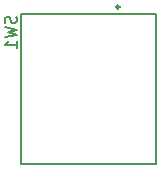
<source format=gbr>
G04 #@! TF.GenerationSoftware,KiCad,Pcbnew,(5.1.5-0-10_14)*
G04 #@! TF.CreationDate,2020-09-14T21:43:17+01:00*
G04 #@! TF.ProjectId,SelectPCB,53656c65-6374-4504-9342-2e6b69636164,rev?*
G04 #@! TF.SameCoordinates,Original*
G04 #@! TF.FileFunction,Legend,Bot*
G04 #@! TF.FilePolarity,Positive*
%FSLAX46Y46*%
G04 Gerber Fmt 4.6, Leading zero omitted, Abs format (unit mm)*
G04 Created by KiCad (PCBNEW (5.1.5-0-10_14)) date 2020-09-14 21:43:17*
%MOMM*%
%LPD*%
G04 APERTURE LIST*
%ADD10C,0.150000*%
%ADD11C,0.250000*%
G04 APERTURE END LIST*
D10*
X159215000Y-93400000D02*
X147785000Y-93400000D01*
X147785000Y-93400000D02*
X147785000Y-106100000D01*
X147785000Y-106100000D02*
X159215000Y-106100000D01*
X159215000Y-106100000D02*
X159215000Y-93400000D01*
D11*
X156090000Y-92800000D02*
G75*
G03X156090000Y-92800000I-125000J0D01*
G01*
D10*
X147339761Y-93612976D02*
X147387380Y-93755833D01*
X147387380Y-93993928D01*
X147339761Y-94089166D01*
X147292142Y-94136785D01*
X147196904Y-94184404D01*
X147101666Y-94184404D01*
X147006428Y-94136785D01*
X146958809Y-94089166D01*
X146911190Y-93993928D01*
X146863571Y-93803452D01*
X146815952Y-93708214D01*
X146768333Y-93660595D01*
X146673095Y-93612976D01*
X146577857Y-93612976D01*
X146482619Y-93660595D01*
X146435000Y-93708214D01*
X146387380Y-93803452D01*
X146387380Y-94041547D01*
X146435000Y-94184404D01*
X146387380Y-94517738D02*
X147387380Y-94755833D01*
X146673095Y-94946309D01*
X147387380Y-95136785D01*
X146387380Y-95374880D01*
X147387380Y-96279642D02*
X147387380Y-95708214D01*
X147387380Y-95993928D02*
X146387380Y-95993928D01*
X146530238Y-95898690D01*
X146625476Y-95803452D01*
X146673095Y-95708214D01*
M02*

</source>
